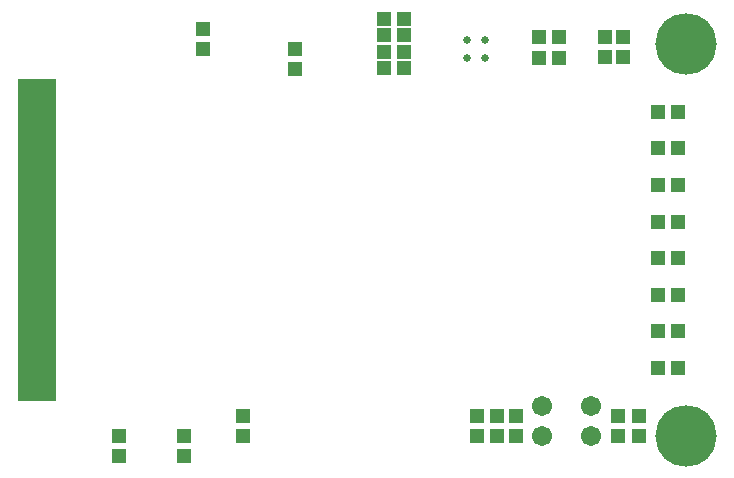
<source format=gbs>
G04 Layer_Color=14360714*
%FSLAX25Y25*%
%MOIN*%
G70*
G01*
G75*
G04:AMPARAMS|DCode=47|XSize=31.62mil|YSize=108.39mil|CornerRadius=9.91mil|HoleSize=0mil|Usage=FLASHONLY|Rotation=270.000|XOffset=0mil|YOffset=0mil|HoleType=Round|Shape=RoundedRectangle|*
%AMROUNDEDRECTD47*
21,1,0.03162,0.08858,0,0,270.0*
21,1,0.01181,0.10839,0,0,270.0*
1,1,0.01981,-0.04429,-0.00591*
1,1,0.01981,-0.04429,0.00591*
1,1,0.01981,0.04429,0.00591*
1,1,0.01981,0.04429,-0.00591*
%
%ADD47ROUNDEDRECTD47*%
%ADD56C,0.20485*%
%ADD57C,0.06706*%
%ADD58C,0.02572*%
%ADD59R,0.12795X1.07480*%
%ADD60R,0.04737X0.05131*%
%ADD61R,0.05131X0.04737*%
D47*
X328873Y453741D02*
D03*
X328874Y450591D02*
D03*
Y447441D02*
D03*
Y444291D02*
D03*
Y441142D02*
D03*
Y437992D02*
D03*
Y434842D02*
D03*
Y431693D02*
D03*
Y415945D02*
D03*
Y412795D02*
D03*
Y409646D02*
D03*
Y406496D02*
D03*
Y403346D02*
D03*
Y400197D02*
D03*
Y397047D02*
D03*
Y393898D02*
D03*
Y390748D02*
D03*
Y387598D02*
D03*
Y384449D02*
D03*
Y381299D02*
D03*
Y378150D02*
D03*
Y375000D02*
D03*
Y371850D02*
D03*
Y368701D02*
D03*
Y365551D02*
D03*
Y362402D02*
D03*
D56*
X545691Y474198D02*
D03*
Y343518D02*
D03*
D57*
X514000Y353400D02*
D03*
Y343400D02*
D03*
X497858D02*
D03*
Y353400D02*
D03*
D58*
X478753Y475553D02*
D03*
X472847Y469647D02*
D03*
X478753D02*
D03*
X472847Y475553D02*
D03*
D59*
X329268Y408858D02*
D03*
D60*
X356684Y343400D02*
D03*
Y336707D02*
D03*
X384744Y479095D02*
D03*
Y472402D02*
D03*
X415500D02*
D03*
Y465709D02*
D03*
X518600Y476346D02*
D03*
Y469654D02*
D03*
X524800Y476346D02*
D03*
Y469654D02*
D03*
X378300Y343400D02*
D03*
Y336707D02*
D03*
X489100Y343400D02*
D03*
Y350093D02*
D03*
X522900Y343400D02*
D03*
Y350093D02*
D03*
X482650Y343400D02*
D03*
Y350093D02*
D03*
X476200D02*
D03*
Y343400D02*
D03*
X529900Y350093D02*
D03*
Y343400D02*
D03*
X398100D02*
D03*
Y350093D02*
D03*
D61*
X536417Y451575D02*
D03*
X543110D02*
D03*
X536417Y439370D02*
D03*
X543110D02*
D03*
X536417Y427165D02*
D03*
X543110D02*
D03*
X536417Y414961D02*
D03*
X543110D02*
D03*
X536417Y402756D02*
D03*
X543110D02*
D03*
X536417Y390551D02*
D03*
X543110D02*
D03*
X536417Y378346D02*
D03*
X543110D02*
D03*
X503346Y469647D02*
D03*
X496654D02*
D03*
X445107Y471616D02*
D03*
X451800D02*
D03*
X445107Y477108D02*
D03*
X451800D02*
D03*
X445107Y482600D02*
D03*
X451800D02*
D03*
X445107Y466100D02*
D03*
X451800D02*
D03*
X496654Y476500D02*
D03*
X503346D02*
D03*
X536417Y366142D02*
D03*
X543110D02*
D03*
M02*

</source>
